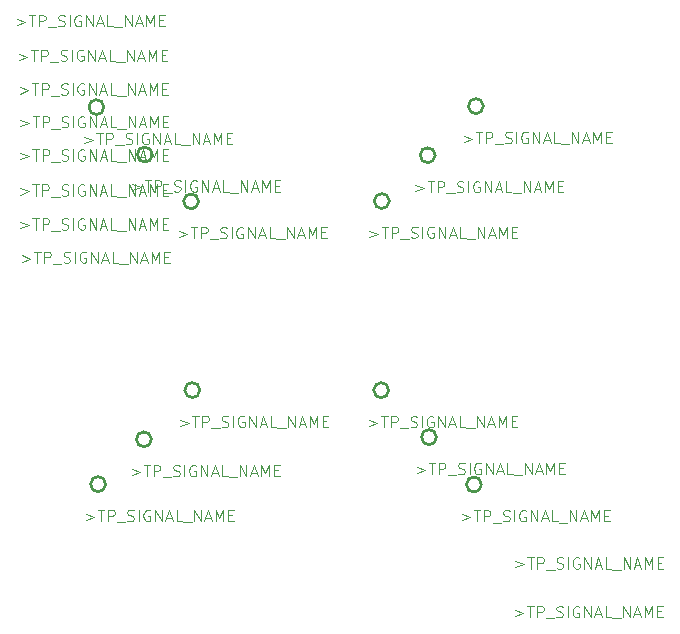
<source format=gbr>
G04 #@! TF.FileFunction,Other,Comment*
%FSLAX46Y46*%
G04 Gerber Fmt 4.6, Leading zero omitted, Abs format (unit mm)*
G04 Created by KiCad (PCBNEW 4.0.6) date 05/08/17 07:30:41*
%MOMM*%
%LPD*%
G01*
G04 APERTURE LIST*
%ADD10C,0.100000*%
%ADD11C,0.254000*%
%ADD12C,0.080000*%
G04 APERTURE END LIST*
D10*
D11*
X72036300Y-116571300D02*
G75*
G03X72036300Y-116571300I-635000J0D01*
G01*
X47896300Y-116752300D02*
G75*
G03X47896300Y-116752300I-635000J0D01*
G01*
X71925300Y-92702300D02*
G75*
G03X71925300Y-92702300I-635000J0D01*
G01*
X47975300Y-92642300D02*
G75*
G03X47975300Y-92642300I-635000J0D01*
G01*
X67991300Y-112598300D02*
G75*
G03X67991300Y-112598300I-635000J0D01*
G01*
X51999300Y-112586300D02*
G75*
G03X51999300Y-112586300I-635000J0D01*
G01*
X68040300Y-96581300D02*
G75*
G03X68040300Y-96581300I-635000J0D01*
G01*
X51893300Y-96607300D02*
G75*
G03X51893300Y-96607300I-635000J0D01*
G01*
X43876300Y-88630300D02*
G75*
G03X43876300Y-88630300I-635000J0D01*
G01*
X44021300Y-120553300D02*
G75*
G03X44021300Y-120553300I-635000J0D01*
G01*
X75840300Y-120580300D02*
G75*
G03X75840300Y-120580300I-635000J0D01*
G01*
X76005300Y-88548300D02*
G75*
G03X76005300Y-88548300I-635000J0D01*
G01*
D12*
X70357490Y-119067729D02*
X71081300Y-119339157D01*
X70357490Y-119610586D01*
X71397966Y-118751062D02*
X71940823Y-118751062D01*
X71669395Y-119701062D02*
X71669395Y-118751062D01*
X72257490Y-119701062D02*
X72257490Y-118751062D01*
X72619395Y-118751062D01*
X72709871Y-118796300D01*
X72755110Y-118841538D01*
X72800348Y-118932014D01*
X72800348Y-119067729D01*
X72755110Y-119158205D01*
X72709871Y-119203443D01*
X72619395Y-119248681D01*
X72257490Y-119248681D01*
X72981300Y-119791538D02*
X73705110Y-119791538D01*
X73886062Y-119655824D02*
X74021777Y-119701062D01*
X74247967Y-119701062D01*
X74338443Y-119655824D01*
X74383681Y-119610586D01*
X74428920Y-119520110D01*
X74428920Y-119429633D01*
X74383681Y-119339157D01*
X74338443Y-119293919D01*
X74247967Y-119248681D01*
X74067015Y-119203443D01*
X73976539Y-119158205D01*
X73931300Y-119112967D01*
X73886062Y-119022490D01*
X73886062Y-118932014D01*
X73931300Y-118841538D01*
X73976539Y-118796300D01*
X74067015Y-118751062D01*
X74293205Y-118751062D01*
X74428920Y-118796300D01*
X74836062Y-119701062D02*
X74836062Y-118751062D01*
X75786063Y-118796300D02*
X75695586Y-118751062D01*
X75559872Y-118751062D01*
X75424158Y-118796300D01*
X75333682Y-118886776D01*
X75288443Y-118977252D01*
X75243205Y-119158205D01*
X75243205Y-119293919D01*
X75288443Y-119474871D01*
X75333682Y-119565348D01*
X75424158Y-119655824D01*
X75559872Y-119701062D01*
X75650348Y-119701062D01*
X75786063Y-119655824D01*
X75831301Y-119610586D01*
X75831301Y-119293919D01*
X75650348Y-119293919D01*
X76238443Y-119701062D02*
X76238443Y-118751062D01*
X76781301Y-119701062D01*
X76781301Y-118751062D01*
X77188443Y-119429633D02*
X77640824Y-119429633D01*
X77097967Y-119701062D02*
X77414634Y-118751062D01*
X77731301Y-119701062D01*
X78500348Y-119701062D02*
X78047967Y-119701062D01*
X78047967Y-118751062D01*
X78590825Y-119791538D02*
X79314635Y-119791538D01*
X79540825Y-119701062D02*
X79540825Y-118751062D01*
X80083683Y-119701062D01*
X80083683Y-118751062D01*
X80490825Y-119429633D02*
X80943206Y-119429633D01*
X80400349Y-119701062D02*
X80717016Y-118751062D01*
X81033683Y-119701062D01*
X81350349Y-119701062D02*
X81350349Y-118751062D01*
X81667016Y-119429633D01*
X81983683Y-118751062D01*
X81983683Y-119701062D01*
X82436063Y-119203443D02*
X82752730Y-119203443D01*
X82888444Y-119701062D02*
X82436063Y-119701062D01*
X82436063Y-118751062D01*
X82888444Y-118751062D01*
X46217490Y-119248729D02*
X46941300Y-119520157D01*
X46217490Y-119791586D01*
X47257966Y-118932062D02*
X47800823Y-118932062D01*
X47529395Y-119882062D02*
X47529395Y-118932062D01*
X48117490Y-119882062D02*
X48117490Y-118932062D01*
X48479395Y-118932062D01*
X48569871Y-118977300D01*
X48615110Y-119022538D01*
X48660348Y-119113014D01*
X48660348Y-119248729D01*
X48615110Y-119339205D01*
X48569871Y-119384443D01*
X48479395Y-119429681D01*
X48117490Y-119429681D01*
X48841300Y-119972538D02*
X49565110Y-119972538D01*
X49746062Y-119836824D02*
X49881777Y-119882062D01*
X50107967Y-119882062D01*
X50198443Y-119836824D01*
X50243681Y-119791586D01*
X50288920Y-119701110D01*
X50288920Y-119610633D01*
X50243681Y-119520157D01*
X50198443Y-119474919D01*
X50107967Y-119429681D01*
X49927015Y-119384443D01*
X49836539Y-119339205D01*
X49791300Y-119293967D01*
X49746062Y-119203490D01*
X49746062Y-119113014D01*
X49791300Y-119022538D01*
X49836539Y-118977300D01*
X49927015Y-118932062D01*
X50153205Y-118932062D01*
X50288920Y-118977300D01*
X50696062Y-119882062D02*
X50696062Y-118932062D01*
X51646063Y-118977300D02*
X51555586Y-118932062D01*
X51419872Y-118932062D01*
X51284158Y-118977300D01*
X51193682Y-119067776D01*
X51148443Y-119158252D01*
X51103205Y-119339205D01*
X51103205Y-119474919D01*
X51148443Y-119655871D01*
X51193682Y-119746348D01*
X51284158Y-119836824D01*
X51419872Y-119882062D01*
X51510348Y-119882062D01*
X51646063Y-119836824D01*
X51691301Y-119791586D01*
X51691301Y-119474919D01*
X51510348Y-119474919D01*
X52098443Y-119882062D02*
X52098443Y-118932062D01*
X52641301Y-119882062D01*
X52641301Y-118932062D01*
X53048443Y-119610633D02*
X53500824Y-119610633D01*
X52957967Y-119882062D02*
X53274634Y-118932062D01*
X53591301Y-119882062D01*
X54360348Y-119882062D02*
X53907967Y-119882062D01*
X53907967Y-118932062D01*
X54450825Y-119972538D02*
X55174635Y-119972538D01*
X55400825Y-119882062D02*
X55400825Y-118932062D01*
X55943683Y-119882062D01*
X55943683Y-118932062D01*
X56350825Y-119610633D02*
X56803206Y-119610633D01*
X56260349Y-119882062D02*
X56577016Y-118932062D01*
X56893683Y-119882062D01*
X57210349Y-119882062D02*
X57210349Y-118932062D01*
X57527016Y-119610633D01*
X57843683Y-118932062D01*
X57843683Y-119882062D01*
X58296063Y-119384443D02*
X58612730Y-119384443D01*
X58748444Y-119882062D02*
X58296063Y-119882062D01*
X58296063Y-118932062D01*
X58748444Y-118932062D01*
X70246490Y-95198729D02*
X70970300Y-95470157D01*
X70246490Y-95741586D01*
X71286966Y-94882062D02*
X71829823Y-94882062D01*
X71558395Y-95832062D02*
X71558395Y-94882062D01*
X72146490Y-95832062D02*
X72146490Y-94882062D01*
X72508395Y-94882062D01*
X72598871Y-94927300D01*
X72644110Y-94972538D01*
X72689348Y-95063014D01*
X72689348Y-95198729D01*
X72644110Y-95289205D01*
X72598871Y-95334443D01*
X72508395Y-95379681D01*
X72146490Y-95379681D01*
X72870300Y-95922538D02*
X73594110Y-95922538D01*
X73775062Y-95786824D02*
X73910777Y-95832062D01*
X74136967Y-95832062D01*
X74227443Y-95786824D01*
X74272681Y-95741586D01*
X74317920Y-95651110D01*
X74317920Y-95560633D01*
X74272681Y-95470157D01*
X74227443Y-95424919D01*
X74136967Y-95379681D01*
X73956015Y-95334443D01*
X73865539Y-95289205D01*
X73820300Y-95243967D01*
X73775062Y-95153490D01*
X73775062Y-95063014D01*
X73820300Y-94972538D01*
X73865539Y-94927300D01*
X73956015Y-94882062D01*
X74182205Y-94882062D01*
X74317920Y-94927300D01*
X74725062Y-95832062D02*
X74725062Y-94882062D01*
X75675063Y-94927300D02*
X75584586Y-94882062D01*
X75448872Y-94882062D01*
X75313158Y-94927300D01*
X75222682Y-95017776D01*
X75177443Y-95108252D01*
X75132205Y-95289205D01*
X75132205Y-95424919D01*
X75177443Y-95605871D01*
X75222682Y-95696348D01*
X75313158Y-95786824D01*
X75448872Y-95832062D01*
X75539348Y-95832062D01*
X75675063Y-95786824D01*
X75720301Y-95741586D01*
X75720301Y-95424919D01*
X75539348Y-95424919D01*
X76127443Y-95832062D02*
X76127443Y-94882062D01*
X76670301Y-95832062D01*
X76670301Y-94882062D01*
X77077443Y-95560633D02*
X77529824Y-95560633D01*
X76986967Y-95832062D02*
X77303634Y-94882062D01*
X77620301Y-95832062D01*
X78389348Y-95832062D02*
X77936967Y-95832062D01*
X77936967Y-94882062D01*
X78479825Y-95922538D02*
X79203635Y-95922538D01*
X79429825Y-95832062D02*
X79429825Y-94882062D01*
X79972683Y-95832062D01*
X79972683Y-94882062D01*
X80379825Y-95560633D02*
X80832206Y-95560633D01*
X80289349Y-95832062D02*
X80606016Y-94882062D01*
X80922683Y-95832062D01*
X81239349Y-95832062D02*
X81239349Y-94882062D01*
X81556016Y-95560633D01*
X81872683Y-94882062D01*
X81872683Y-95832062D01*
X82325063Y-95334443D02*
X82641730Y-95334443D01*
X82777444Y-95832062D02*
X82325063Y-95832062D01*
X82325063Y-94882062D01*
X82777444Y-94882062D01*
X46296490Y-95138729D02*
X47020300Y-95410157D01*
X46296490Y-95681586D01*
X47336966Y-94822062D02*
X47879823Y-94822062D01*
X47608395Y-95772062D02*
X47608395Y-94822062D01*
X48196490Y-95772062D02*
X48196490Y-94822062D01*
X48558395Y-94822062D01*
X48648871Y-94867300D01*
X48694110Y-94912538D01*
X48739348Y-95003014D01*
X48739348Y-95138729D01*
X48694110Y-95229205D01*
X48648871Y-95274443D01*
X48558395Y-95319681D01*
X48196490Y-95319681D01*
X48920300Y-95862538D02*
X49644110Y-95862538D01*
X49825062Y-95726824D02*
X49960777Y-95772062D01*
X50186967Y-95772062D01*
X50277443Y-95726824D01*
X50322681Y-95681586D01*
X50367920Y-95591110D01*
X50367920Y-95500633D01*
X50322681Y-95410157D01*
X50277443Y-95364919D01*
X50186967Y-95319681D01*
X50006015Y-95274443D01*
X49915539Y-95229205D01*
X49870300Y-95183967D01*
X49825062Y-95093490D01*
X49825062Y-95003014D01*
X49870300Y-94912538D01*
X49915539Y-94867300D01*
X50006015Y-94822062D01*
X50232205Y-94822062D01*
X50367920Y-94867300D01*
X50775062Y-95772062D02*
X50775062Y-94822062D01*
X51725063Y-94867300D02*
X51634586Y-94822062D01*
X51498872Y-94822062D01*
X51363158Y-94867300D01*
X51272682Y-94957776D01*
X51227443Y-95048252D01*
X51182205Y-95229205D01*
X51182205Y-95364919D01*
X51227443Y-95545871D01*
X51272682Y-95636348D01*
X51363158Y-95726824D01*
X51498872Y-95772062D01*
X51589348Y-95772062D01*
X51725063Y-95726824D01*
X51770301Y-95681586D01*
X51770301Y-95364919D01*
X51589348Y-95364919D01*
X52177443Y-95772062D02*
X52177443Y-94822062D01*
X52720301Y-95772062D01*
X52720301Y-94822062D01*
X53127443Y-95500633D02*
X53579824Y-95500633D01*
X53036967Y-95772062D02*
X53353634Y-94822062D01*
X53670301Y-95772062D01*
X54439348Y-95772062D02*
X53986967Y-95772062D01*
X53986967Y-94822062D01*
X54529825Y-95862538D02*
X55253635Y-95862538D01*
X55479825Y-95772062D02*
X55479825Y-94822062D01*
X56022683Y-95772062D01*
X56022683Y-94822062D01*
X56429825Y-95500633D02*
X56882206Y-95500633D01*
X56339349Y-95772062D02*
X56656016Y-94822062D01*
X56972683Y-95772062D01*
X57289349Y-95772062D02*
X57289349Y-94822062D01*
X57606016Y-95500633D01*
X57922683Y-94822062D01*
X57922683Y-95772062D01*
X58375063Y-95274443D02*
X58691730Y-95274443D01*
X58827444Y-95772062D02*
X58375063Y-95772062D01*
X58375063Y-94822062D01*
X58827444Y-94822062D01*
X66312490Y-115094729D02*
X67036300Y-115366157D01*
X66312490Y-115637586D01*
X67352966Y-114778062D02*
X67895823Y-114778062D01*
X67624395Y-115728062D02*
X67624395Y-114778062D01*
X68212490Y-115728062D02*
X68212490Y-114778062D01*
X68574395Y-114778062D01*
X68664871Y-114823300D01*
X68710110Y-114868538D01*
X68755348Y-114959014D01*
X68755348Y-115094729D01*
X68710110Y-115185205D01*
X68664871Y-115230443D01*
X68574395Y-115275681D01*
X68212490Y-115275681D01*
X68936300Y-115818538D02*
X69660110Y-115818538D01*
X69841062Y-115682824D02*
X69976777Y-115728062D01*
X70202967Y-115728062D01*
X70293443Y-115682824D01*
X70338681Y-115637586D01*
X70383920Y-115547110D01*
X70383920Y-115456633D01*
X70338681Y-115366157D01*
X70293443Y-115320919D01*
X70202967Y-115275681D01*
X70022015Y-115230443D01*
X69931539Y-115185205D01*
X69886300Y-115139967D01*
X69841062Y-115049490D01*
X69841062Y-114959014D01*
X69886300Y-114868538D01*
X69931539Y-114823300D01*
X70022015Y-114778062D01*
X70248205Y-114778062D01*
X70383920Y-114823300D01*
X70791062Y-115728062D02*
X70791062Y-114778062D01*
X71741063Y-114823300D02*
X71650586Y-114778062D01*
X71514872Y-114778062D01*
X71379158Y-114823300D01*
X71288682Y-114913776D01*
X71243443Y-115004252D01*
X71198205Y-115185205D01*
X71198205Y-115320919D01*
X71243443Y-115501871D01*
X71288682Y-115592348D01*
X71379158Y-115682824D01*
X71514872Y-115728062D01*
X71605348Y-115728062D01*
X71741063Y-115682824D01*
X71786301Y-115637586D01*
X71786301Y-115320919D01*
X71605348Y-115320919D01*
X72193443Y-115728062D02*
X72193443Y-114778062D01*
X72736301Y-115728062D01*
X72736301Y-114778062D01*
X73143443Y-115456633D02*
X73595824Y-115456633D01*
X73052967Y-115728062D02*
X73369634Y-114778062D01*
X73686301Y-115728062D01*
X74455348Y-115728062D02*
X74002967Y-115728062D01*
X74002967Y-114778062D01*
X74545825Y-115818538D02*
X75269635Y-115818538D01*
X75495825Y-115728062D02*
X75495825Y-114778062D01*
X76038683Y-115728062D01*
X76038683Y-114778062D01*
X76445825Y-115456633D02*
X76898206Y-115456633D01*
X76355349Y-115728062D02*
X76672016Y-114778062D01*
X76988683Y-115728062D01*
X77305349Y-115728062D02*
X77305349Y-114778062D01*
X77622016Y-115456633D01*
X77938683Y-114778062D01*
X77938683Y-115728062D01*
X78391063Y-115230443D02*
X78707730Y-115230443D01*
X78843444Y-115728062D02*
X78391063Y-115728062D01*
X78391063Y-114778062D01*
X78843444Y-114778062D01*
X50320490Y-115082729D02*
X51044300Y-115354157D01*
X50320490Y-115625586D01*
X51360966Y-114766062D02*
X51903823Y-114766062D01*
X51632395Y-115716062D02*
X51632395Y-114766062D01*
X52220490Y-115716062D02*
X52220490Y-114766062D01*
X52582395Y-114766062D01*
X52672871Y-114811300D01*
X52718110Y-114856538D01*
X52763348Y-114947014D01*
X52763348Y-115082729D01*
X52718110Y-115173205D01*
X52672871Y-115218443D01*
X52582395Y-115263681D01*
X52220490Y-115263681D01*
X52944300Y-115806538D02*
X53668110Y-115806538D01*
X53849062Y-115670824D02*
X53984777Y-115716062D01*
X54210967Y-115716062D01*
X54301443Y-115670824D01*
X54346681Y-115625586D01*
X54391920Y-115535110D01*
X54391920Y-115444633D01*
X54346681Y-115354157D01*
X54301443Y-115308919D01*
X54210967Y-115263681D01*
X54030015Y-115218443D01*
X53939539Y-115173205D01*
X53894300Y-115127967D01*
X53849062Y-115037490D01*
X53849062Y-114947014D01*
X53894300Y-114856538D01*
X53939539Y-114811300D01*
X54030015Y-114766062D01*
X54256205Y-114766062D01*
X54391920Y-114811300D01*
X54799062Y-115716062D02*
X54799062Y-114766062D01*
X55749063Y-114811300D02*
X55658586Y-114766062D01*
X55522872Y-114766062D01*
X55387158Y-114811300D01*
X55296682Y-114901776D01*
X55251443Y-114992252D01*
X55206205Y-115173205D01*
X55206205Y-115308919D01*
X55251443Y-115489871D01*
X55296682Y-115580348D01*
X55387158Y-115670824D01*
X55522872Y-115716062D01*
X55613348Y-115716062D01*
X55749063Y-115670824D01*
X55794301Y-115625586D01*
X55794301Y-115308919D01*
X55613348Y-115308919D01*
X56201443Y-115716062D02*
X56201443Y-114766062D01*
X56744301Y-115716062D01*
X56744301Y-114766062D01*
X57151443Y-115444633D02*
X57603824Y-115444633D01*
X57060967Y-115716062D02*
X57377634Y-114766062D01*
X57694301Y-115716062D01*
X58463348Y-115716062D02*
X58010967Y-115716062D01*
X58010967Y-114766062D01*
X58553825Y-115806538D02*
X59277635Y-115806538D01*
X59503825Y-115716062D02*
X59503825Y-114766062D01*
X60046683Y-115716062D01*
X60046683Y-114766062D01*
X60453825Y-115444633D02*
X60906206Y-115444633D01*
X60363349Y-115716062D02*
X60680016Y-114766062D01*
X60996683Y-115716062D01*
X61313349Y-115716062D02*
X61313349Y-114766062D01*
X61630016Y-115444633D01*
X61946683Y-114766062D01*
X61946683Y-115716062D01*
X62399063Y-115218443D02*
X62715730Y-115218443D01*
X62851444Y-115716062D02*
X62399063Y-115716062D01*
X62399063Y-114766062D01*
X62851444Y-114766062D01*
X66361490Y-99077729D02*
X67085300Y-99349157D01*
X66361490Y-99620586D01*
X67401966Y-98761062D02*
X67944823Y-98761062D01*
X67673395Y-99711062D02*
X67673395Y-98761062D01*
X68261490Y-99711062D02*
X68261490Y-98761062D01*
X68623395Y-98761062D01*
X68713871Y-98806300D01*
X68759110Y-98851538D01*
X68804348Y-98942014D01*
X68804348Y-99077729D01*
X68759110Y-99168205D01*
X68713871Y-99213443D01*
X68623395Y-99258681D01*
X68261490Y-99258681D01*
X68985300Y-99801538D02*
X69709110Y-99801538D01*
X69890062Y-99665824D02*
X70025777Y-99711062D01*
X70251967Y-99711062D01*
X70342443Y-99665824D01*
X70387681Y-99620586D01*
X70432920Y-99530110D01*
X70432920Y-99439633D01*
X70387681Y-99349157D01*
X70342443Y-99303919D01*
X70251967Y-99258681D01*
X70071015Y-99213443D01*
X69980539Y-99168205D01*
X69935300Y-99122967D01*
X69890062Y-99032490D01*
X69890062Y-98942014D01*
X69935300Y-98851538D01*
X69980539Y-98806300D01*
X70071015Y-98761062D01*
X70297205Y-98761062D01*
X70432920Y-98806300D01*
X70840062Y-99711062D02*
X70840062Y-98761062D01*
X71790063Y-98806300D02*
X71699586Y-98761062D01*
X71563872Y-98761062D01*
X71428158Y-98806300D01*
X71337682Y-98896776D01*
X71292443Y-98987252D01*
X71247205Y-99168205D01*
X71247205Y-99303919D01*
X71292443Y-99484871D01*
X71337682Y-99575348D01*
X71428158Y-99665824D01*
X71563872Y-99711062D01*
X71654348Y-99711062D01*
X71790063Y-99665824D01*
X71835301Y-99620586D01*
X71835301Y-99303919D01*
X71654348Y-99303919D01*
X72242443Y-99711062D02*
X72242443Y-98761062D01*
X72785301Y-99711062D01*
X72785301Y-98761062D01*
X73192443Y-99439633D02*
X73644824Y-99439633D01*
X73101967Y-99711062D02*
X73418634Y-98761062D01*
X73735301Y-99711062D01*
X74504348Y-99711062D02*
X74051967Y-99711062D01*
X74051967Y-98761062D01*
X74594825Y-99801538D02*
X75318635Y-99801538D01*
X75544825Y-99711062D02*
X75544825Y-98761062D01*
X76087683Y-99711062D01*
X76087683Y-98761062D01*
X76494825Y-99439633D02*
X76947206Y-99439633D01*
X76404349Y-99711062D02*
X76721016Y-98761062D01*
X77037683Y-99711062D01*
X77354349Y-99711062D02*
X77354349Y-98761062D01*
X77671016Y-99439633D01*
X77987683Y-98761062D01*
X77987683Y-99711062D01*
X78440063Y-99213443D02*
X78756730Y-99213443D01*
X78892444Y-99711062D02*
X78440063Y-99711062D01*
X78440063Y-98761062D01*
X78892444Y-98761062D01*
X50214490Y-99103729D02*
X50938300Y-99375157D01*
X50214490Y-99646586D01*
X51254966Y-98787062D02*
X51797823Y-98787062D01*
X51526395Y-99737062D02*
X51526395Y-98787062D01*
X52114490Y-99737062D02*
X52114490Y-98787062D01*
X52476395Y-98787062D01*
X52566871Y-98832300D01*
X52612110Y-98877538D01*
X52657348Y-98968014D01*
X52657348Y-99103729D01*
X52612110Y-99194205D01*
X52566871Y-99239443D01*
X52476395Y-99284681D01*
X52114490Y-99284681D01*
X52838300Y-99827538D02*
X53562110Y-99827538D01*
X53743062Y-99691824D02*
X53878777Y-99737062D01*
X54104967Y-99737062D01*
X54195443Y-99691824D01*
X54240681Y-99646586D01*
X54285920Y-99556110D01*
X54285920Y-99465633D01*
X54240681Y-99375157D01*
X54195443Y-99329919D01*
X54104967Y-99284681D01*
X53924015Y-99239443D01*
X53833539Y-99194205D01*
X53788300Y-99148967D01*
X53743062Y-99058490D01*
X53743062Y-98968014D01*
X53788300Y-98877538D01*
X53833539Y-98832300D01*
X53924015Y-98787062D01*
X54150205Y-98787062D01*
X54285920Y-98832300D01*
X54693062Y-99737062D02*
X54693062Y-98787062D01*
X55643063Y-98832300D02*
X55552586Y-98787062D01*
X55416872Y-98787062D01*
X55281158Y-98832300D01*
X55190682Y-98922776D01*
X55145443Y-99013252D01*
X55100205Y-99194205D01*
X55100205Y-99329919D01*
X55145443Y-99510871D01*
X55190682Y-99601348D01*
X55281158Y-99691824D01*
X55416872Y-99737062D01*
X55507348Y-99737062D01*
X55643063Y-99691824D01*
X55688301Y-99646586D01*
X55688301Y-99329919D01*
X55507348Y-99329919D01*
X56095443Y-99737062D02*
X56095443Y-98787062D01*
X56638301Y-99737062D01*
X56638301Y-98787062D01*
X57045443Y-99465633D02*
X57497824Y-99465633D01*
X56954967Y-99737062D02*
X57271634Y-98787062D01*
X57588301Y-99737062D01*
X58357348Y-99737062D02*
X57904967Y-99737062D01*
X57904967Y-98787062D01*
X58447825Y-99827538D02*
X59171635Y-99827538D01*
X59397825Y-99737062D02*
X59397825Y-98787062D01*
X59940683Y-99737062D01*
X59940683Y-98787062D01*
X60347825Y-99465633D02*
X60800206Y-99465633D01*
X60257349Y-99737062D02*
X60574016Y-98787062D01*
X60890683Y-99737062D01*
X61207349Y-99737062D02*
X61207349Y-98787062D01*
X61524016Y-99465633D01*
X61840683Y-98787062D01*
X61840683Y-99737062D01*
X62293063Y-99239443D02*
X62609730Y-99239443D01*
X62745444Y-99737062D02*
X62293063Y-99737062D01*
X62293063Y-98787062D01*
X62745444Y-98787062D01*
X42197490Y-91126729D02*
X42921300Y-91398157D01*
X42197490Y-91669586D01*
X43237966Y-90810062D02*
X43780823Y-90810062D01*
X43509395Y-91760062D02*
X43509395Y-90810062D01*
X44097490Y-91760062D02*
X44097490Y-90810062D01*
X44459395Y-90810062D01*
X44549871Y-90855300D01*
X44595110Y-90900538D01*
X44640348Y-90991014D01*
X44640348Y-91126729D01*
X44595110Y-91217205D01*
X44549871Y-91262443D01*
X44459395Y-91307681D01*
X44097490Y-91307681D01*
X44821300Y-91850538D02*
X45545110Y-91850538D01*
X45726062Y-91714824D02*
X45861777Y-91760062D01*
X46087967Y-91760062D01*
X46178443Y-91714824D01*
X46223681Y-91669586D01*
X46268920Y-91579110D01*
X46268920Y-91488633D01*
X46223681Y-91398157D01*
X46178443Y-91352919D01*
X46087967Y-91307681D01*
X45907015Y-91262443D01*
X45816539Y-91217205D01*
X45771300Y-91171967D01*
X45726062Y-91081490D01*
X45726062Y-90991014D01*
X45771300Y-90900538D01*
X45816539Y-90855300D01*
X45907015Y-90810062D01*
X46133205Y-90810062D01*
X46268920Y-90855300D01*
X46676062Y-91760062D02*
X46676062Y-90810062D01*
X47626063Y-90855300D02*
X47535586Y-90810062D01*
X47399872Y-90810062D01*
X47264158Y-90855300D01*
X47173682Y-90945776D01*
X47128443Y-91036252D01*
X47083205Y-91217205D01*
X47083205Y-91352919D01*
X47128443Y-91533871D01*
X47173682Y-91624348D01*
X47264158Y-91714824D01*
X47399872Y-91760062D01*
X47490348Y-91760062D01*
X47626063Y-91714824D01*
X47671301Y-91669586D01*
X47671301Y-91352919D01*
X47490348Y-91352919D01*
X48078443Y-91760062D02*
X48078443Y-90810062D01*
X48621301Y-91760062D01*
X48621301Y-90810062D01*
X49028443Y-91488633D02*
X49480824Y-91488633D01*
X48937967Y-91760062D02*
X49254634Y-90810062D01*
X49571301Y-91760062D01*
X50340348Y-91760062D02*
X49887967Y-91760062D01*
X49887967Y-90810062D01*
X50430825Y-91850538D02*
X51154635Y-91850538D01*
X51380825Y-91760062D02*
X51380825Y-90810062D01*
X51923683Y-91760062D01*
X51923683Y-90810062D01*
X52330825Y-91488633D02*
X52783206Y-91488633D01*
X52240349Y-91760062D02*
X52557016Y-90810062D01*
X52873683Y-91760062D01*
X53190349Y-91760062D02*
X53190349Y-90810062D01*
X53507016Y-91488633D01*
X53823683Y-90810062D01*
X53823683Y-91760062D01*
X54276063Y-91262443D02*
X54592730Y-91262443D01*
X54728444Y-91760062D02*
X54276063Y-91760062D01*
X54276063Y-90810062D01*
X54728444Y-90810062D01*
X42342490Y-123049729D02*
X43066300Y-123321157D01*
X42342490Y-123592586D01*
X43382966Y-122733062D02*
X43925823Y-122733062D01*
X43654395Y-123683062D02*
X43654395Y-122733062D01*
X44242490Y-123683062D02*
X44242490Y-122733062D01*
X44604395Y-122733062D01*
X44694871Y-122778300D01*
X44740110Y-122823538D01*
X44785348Y-122914014D01*
X44785348Y-123049729D01*
X44740110Y-123140205D01*
X44694871Y-123185443D01*
X44604395Y-123230681D01*
X44242490Y-123230681D01*
X44966300Y-123773538D02*
X45690110Y-123773538D01*
X45871062Y-123637824D02*
X46006777Y-123683062D01*
X46232967Y-123683062D01*
X46323443Y-123637824D01*
X46368681Y-123592586D01*
X46413920Y-123502110D01*
X46413920Y-123411633D01*
X46368681Y-123321157D01*
X46323443Y-123275919D01*
X46232967Y-123230681D01*
X46052015Y-123185443D01*
X45961539Y-123140205D01*
X45916300Y-123094967D01*
X45871062Y-123004490D01*
X45871062Y-122914014D01*
X45916300Y-122823538D01*
X45961539Y-122778300D01*
X46052015Y-122733062D01*
X46278205Y-122733062D01*
X46413920Y-122778300D01*
X46821062Y-123683062D02*
X46821062Y-122733062D01*
X47771063Y-122778300D02*
X47680586Y-122733062D01*
X47544872Y-122733062D01*
X47409158Y-122778300D01*
X47318682Y-122868776D01*
X47273443Y-122959252D01*
X47228205Y-123140205D01*
X47228205Y-123275919D01*
X47273443Y-123456871D01*
X47318682Y-123547348D01*
X47409158Y-123637824D01*
X47544872Y-123683062D01*
X47635348Y-123683062D01*
X47771063Y-123637824D01*
X47816301Y-123592586D01*
X47816301Y-123275919D01*
X47635348Y-123275919D01*
X48223443Y-123683062D02*
X48223443Y-122733062D01*
X48766301Y-123683062D01*
X48766301Y-122733062D01*
X49173443Y-123411633D02*
X49625824Y-123411633D01*
X49082967Y-123683062D02*
X49399634Y-122733062D01*
X49716301Y-123683062D01*
X50485348Y-123683062D02*
X50032967Y-123683062D01*
X50032967Y-122733062D01*
X50575825Y-123773538D02*
X51299635Y-123773538D01*
X51525825Y-123683062D02*
X51525825Y-122733062D01*
X52068683Y-123683062D01*
X52068683Y-122733062D01*
X52475825Y-123411633D02*
X52928206Y-123411633D01*
X52385349Y-123683062D02*
X52702016Y-122733062D01*
X53018683Y-123683062D01*
X53335349Y-123683062D02*
X53335349Y-122733062D01*
X53652016Y-123411633D01*
X53968683Y-122733062D01*
X53968683Y-123683062D01*
X54421063Y-123185443D02*
X54737730Y-123185443D01*
X54873444Y-123683062D02*
X54421063Y-123683062D01*
X54421063Y-122733062D01*
X54873444Y-122733062D01*
X74161490Y-123076729D02*
X74885300Y-123348157D01*
X74161490Y-123619586D01*
X75201966Y-122760062D02*
X75744823Y-122760062D01*
X75473395Y-123710062D02*
X75473395Y-122760062D01*
X76061490Y-123710062D02*
X76061490Y-122760062D01*
X76423395Y-122760062D01*
X76513871Y-122805300D01*
X76559110Y-122850538D01*
X76604348Y-122941014D01*
X76604348Y-123076729D01*
X76559110Y-123167205D01*
X76513871Y-123212443D01*
X76423395Y-123257681D01*
X76061490Y-123257681D01*
X76785300Y-123800538D02*
X77509110Y-123800538D01*
X77690062Y-123664824D02*
X77825777Y-123710062D01*
X78051967Y-123710062D01*
X78142443Y-123664824D01*
X78187681Y-123619586D01*
X78232920Y-123529110D01*
X78232920Y-123438633D01*
X78187681Y-123348157D01*
X78142443Y-123302919D01*
X78051967Y-123257681D01*
X77871015Y-123212443D01*
X77780539Y-123167205D01*
X77735300Y-123121967D01*
X77690062Y-123031490D01*
X77690062Y-122941014D01*
X77735300Y-122850538D01*
X77780539Y-122805300D01*
X77871015Y-122760062D01*
X78097205Y-122760062D01*
X78232920Y-122805300D01*
X78640062Y-123710062D02*
X78640062Y-122760062D01*
X79590063Y-122805300D02*
X79499586Y-122760062D01*
X79363872Y-122760062D01*
X79228158Y-122805300D01*
X79137682Y-122895776D01*
X79092443Y-122986252D01*
X79047205Y-123167205D01*
X79047205Y-123302919D01*
X79092443Y-123483871D01*
X79137682Y-123574348D01*
X79228158Y-123664824D01*
X79363872Y-123710062D01*
X79454348Y-123710062D01*
X79590063Y-123664824D01*
X79635301Y-123619586D01*
X79635301Y-123302919D01*
X79454348Y-123302919D01*
X80042443Y-123710062D02*
X80042443Y-122760062D01*
X80585301Y-123710062D01*
X80585301Y-122760062D01*
X80992443Y-123438633D02*
X81444824Y-123438633D01*
X80901967Y-123710062D02*
X81218634Y-122760062D01*
X81535301Y-123710062D01*
X82304348Y-123710062D02*
X81851967Y-123710062D01*
X81851967Y-122760062D01*
X82394825Y-123800538D02*
X83118635Y-123800538D01*
X83344825Y-123710062D02*
X83344825Y-122760062D01*
X83887683Y-123710062D01*
X83887683Y-122760062D01*
X84294825Y-123438633D02*
X84747206Y-123438633D01*
X84204349Y-123710062D02*
X84521016Y-122760062D01*
X84837683Y-123710062D01*
X85154349Y-123710062D02*
X85154349Y-122760062D01*
X85471016Y-123438633D01*
X85787683Y-122760062D01*
X85787683Y-123710062D01*
X86240063Y-123212443D02*
X86556730Y-123212443D01*
X86692444Y-123710062D02*
X86240063Y-123710062D01*
X86240063Y-122760062D01*
X86692444Y-122760062D01*
X74326490Y-91044729D02*
X75050300Y-91316157D01*
X74326490Y-91587586D01*
X75366966Y-90728062D02*
X75909823Y-90728062D01*
X75638395Y-91678062D02*
X75638395Y-90728062D01*
X76226490Y-91678062D02*
X76226490Y-90728062D01*
X76588395Y-90728062D01*
X76678871Y-90773300D01*
X76724110Y-90818538D01*
X76769348Y-90909014D01*
X76769348Y-91044729D01*
X76724110Y-91135205D01*
X76678871Y-91180443D01*
X76588395Y-91225681D01*
X76226490Y-91225681D01*
X76950300Y-91768538D02*
X77674110Y-91768538D01*
X77855062Y-91632824D02*
X77990777Y-91678062D01*
X78216967Y-91678062D01*
X78307443Y-91632824D01*
X78352681Y-91587586D01*
X78397920Y-91497110D01*
X78397920Y-91406633D01*
X78352681Y-91316157D01*
X78307443Y-91270919D01*
X78216967Y-91225681D01*
X78036015Y-91180443D01*
X77945539Y-91135205D01*
X77900300Y-91089967D01*
X77855062Y-90999490D01*
X77855062Y-90909014D01*
X77900300Y-90818538D01*
X77945539Y-90773300D01*
X78036015Y-90728062D01*
X78262205Y-90728062D01*
X78397920Y-90773300D01*
X78805062Y-91678062D02*
X78805062Y-90728062D01*
X79755063Y-90773300D02*
X79664586Y-90728062D01*
X79528872Y-90728062D01*
X79393158Y-90773300D01*
X79302682Y-90863776D01*
X79257443Y-90954252D01*
X79212205Y-91135205D01*
X79212205Y-91270919D01*
X79257443Y-91451871D01*
X79302682Y-91542348D01*
X79393158Y-91632824D01*
X79528872Y-91678062D01*
X79619348Y-91678062D01*
X79755063Y-91632824D01*
X79800301Y-91587586D01*
X79800301Y-91270919D01*
X79619348Y-91270919D01*
X80207443Y-91678062D02*
X80207443Y-90728062D01*
X80750301Y-91678062D01*
X80750301Y-90728062D01*
X81157443Y-91406633D02*
X81609824Y-91406633D01*
X81066967Y-91678062D02*
X81383634Y-90728062D01*
X81700301Y-91678062D01*
X82469348Y-91678062D02*
X82016967Y-91678062D01*
X82016967Y-90728062D01*
X82559825Y-91768538D02*
X83283635Y-91768538D01*
X83509825Y-91678062D02*
X83509825Y-90728062D01*
X84052683Y-91678062D01*
X84052683Y-90728062D01*
X84459825Y-91406633D02*
X84912206Y-91406633D01*
X84369349Y-91678062D02*
X84686016Y-90728062D01*
X85002683Y-91678062D01*
X85319349Y-91678062D02*
X85319349Y-90728062D01*
X85636016Y-91406633D01*
X85952683Y-90728062D01*
X85952683Y-91678062D01*
X86405063Y-91180443D02*
X86721730Y-91180443D01*
X86857444Y-91678062D02*
X86405063Y-91678062D01*
X86405063Y-90728062D01*
X86857444Y-90728062D01*
X78688890Y-127059329D02*
X79412700Y-127330757D01*
X78688890Y-127602186D01*
X79729366Y-126742662D02*
X80272223Y-126742662D01*
X80000795Y-127692662D02*
X80000795Y-126742662D01*
X80588890Y-127692662D02*
X80588890Y-126742662D01*
X80950795Y-126742662D01*
X81041271Y-126787900D01*
X81086510Y-126833138D01*
X81131748Y-126923614D01*
X81131748Y-127059329D01*
X81086510Y-127149805D01*
X81041271Y-127195043D01*
X80950795Y-127240281D01*
X80588890Y-127240281D01*
X81312700Y-127783138D02*
X82036510Y-127783138D01*
X82217462Y-127647424D02*
X82353177Y-127692662D01*
X82579367Y-127692662D01*
X82669843Y-127647424D01*
X82715081Y-127602186D01*
X82760320Y-127511710D01*
X82760320Y-127421233D01*
X82715081Y-127330757D01*
X82669843Y-127285519D01*
X82579367Y-127240281D01*
X82398415Y-127195043D01*
X82307939Y-127149805D01*
X82262700Y-127104567D01*
X82217462Y-127014090D01*
X82217462Y-126923614D01*
X82262700Y-126833138D01*
X82307939Y-126787900D01*
X82398415Y-126742662D01*
X82624605Y-126742662D01*
X82760320Y-126787900D01*
X83167462Y-127692662D02*
X83167462Y-126742662D01*
X84117463Y-126787900D02*
X84026986Y-126742662D01*
X83891272Y-126742662D01*
X83755558Y-126787900D01*
X83665082Y-126878376D01*
X83619843Y-126968852D01*
X83574605Y-127149805D01*
X83574605Y-127285519D01*
X83619843Y-127466471D01*
X83665082Y-127556948D01*
X83755558Y-127647424D01*
X83891272Y-127692662D01*
X83981748Y-127692662D01*
X84117463Y-127647424D01*
X84162701Y-127602186D01*
X84162701Y-127285519D01*
X83981748Y-127285519D01*
X84569843Y-127692662D02*
X84569843Y-126742662D01*
X85112701Y-127692662D01*
X85112701Y-126742662D01*
X85519843Y-127421233D02*
X85972224Y-127421233D01*
X85429367Y-127692662D02*
X85746034Y-126742662D01*
X86062701Y-127692662D01*
X86831748Y-127692662D02*
X86379367Y-127692662D01*
X86379367Y-126742662D01*
X86922225Y-127783138D02*
X87646035Y-127783138D01*
X87872225Y-127692662D02*
X87872225Y-126742662D01*
X88415083Y-127692662D01*
X88415083Y-126742662D01*
X88822225Y-127421233D02*
X89274606Y-127421233D01*
X88731749Y-127692662D02*
X89048416Y-126742662D01*
X89365083Y-127692662D01*
X89681749Y-127692662D02*
X89681749Y-126742662D01*
X89998416Y-127421233D01*
X90315083Y-126742662D01*
X90315083Y-127692662D01*
X90767463Y-127195043D02*
X91084130Y-127195043D01*
X91219844Y-127692662D02*
X90767463Y-127692662D01*
X90767463Y-126742662D01*
X91219844Y-126742662D01*
X78670690Y-131193329D02*
X79394500Y-131464757D01*
X78670690Y-131736186D01*
X79711166Y-130876662D02*
X80254023Y-130876662D01*
X79982595Y-131826662D02*
X79982595Y-130876662D01*
X80570690Y-131826662D02*
X80570690Y-130876662D01*
X80932595Y-130876662D01*
X81023071Y-130921900D01*
X81068310Y-130967138D01*
X81113548Y-131057614D01*
X81113548Y-131193329D01*
X81068310Y-131283805D01*
X81023071Y-131329043D01*
X80932595Y-131374281D01*
X80570690Y-131374281D01*
X81294500Y-131917138D02*
X82018310Y-131917138D01*
X82199262Y-131781424D02*
X82334977Y-131826662D01*
X82561167Y-131826662D01*
X82651643Y-131781424D01*
X82696881Y-131736186D01*
X82742120Y-131645710D01*
X82742120Y-131555233D01*
X82696881Y-131464757D01*
X82651643Y-131419519D01*
X82561167Y-131374281D01*
X82380215Y-131329043D01*
X82289739Y-131283805D01*
X82244500Y-131238567D01*
X82199262Y-131148090D01*
X82199262Y-131057614D01*
X82244500Y-130967138D01*
X82289739Y-130921900D01*
X82380215Y-130876662D01*
X82606405Y-130876662D01*
X82742120Y-130921900D01*
X83149262Y-131826662D02*
X83149262Y-130876662D01*
X84099263Y-130921900D02*
X84008786Y-130876662D01*
X83873072Y-130876662D01*
X83737358Y-130921900D01*
X83646882Y-131012376D01*
X83601643Y-131102852D01*
X83556405Y-131283805D01*
X83556405Y-131419519D01*
X83601643Y-131600471D01*
X83646882Y-131690948D01*
X83737358Y-131781424D01*
X83873072Y-131826662D01*
X83963548Y-131826662D01*
X84099263Y-131781424D01*
X84144501Y-131736186D01*
X84144501Y-131419519D01*
X83963548Y-131419519D01*
X84551643Y-131826662D02*
X84551643Y-130876662D01*
X85094501Y-131826662D01*
X85094501Y-130876662D01*
X85501643Y-131555233D02*
X85954024Y-131555233D01*
X85411167Y-131826662D02*
X85727834Y-130876662D01*
X86044501Y-131826662D01*
X86813548Y-131826662D02*
X86361167Y-131826662D01*
X86361167Y-130876662D01*
X86904025Y-131917138D02*
X87627835Y-131917138D01*
X87854025Y-131826662D02*
X87854025Y-130876662D01*
X88396883Y-131826662D01*
X88396883Y-130876662D01*
X88804025Y-131555233D02*
X89256406Y-131555233D01*
X88713549Y-131826662D02*
X89030216Y-130876662D01*
X89346883Y-131826662D01*
X89663549Y-131826662D02*
X89663549Y-130876662D01*
X89980216Y-131555233D01*
X90296883Y-130876662D01*
X90296883Y-131826662D01*
X90749263Y-131329043D02*
X91065930Y-131329043D01*
X91201644Y-131826662D02*
X90749263Y-131826662D01*
X90749263Y-130876662D01*
X91201644Y-130876662D01*
X36493290Y-81145329D02*
X37217100Y-81416757D01*
X36493290Y-81688186D01*
X37533766Y-80828662D02*
X38076623Y-80828662D01*
X37805195Y-81778662D02*
X37805195Y-80828662D01*
X38393290Y-81778662D02*
X38393290Y-80828662D01*
X38755195Y-80828662D01*
X38845671Y-80873900D01*
X38890910Y-80919138D01*
X38936148Y-81009614D01*
X38936148Y-81145329D01*
X38890910Y-81235805D01*
X38845671Y-81281043D01*
X38755195Y-81326281D01*
X38393290Y-81326281D01*
X39117100Y-81869138D02*
X39840910Y-81869138D01*
X40021862Y-81733424D02*
X40157577Y-81778662D01*
X40383767Y-81778662D01*
X40474243Y-81733424D01*
X40519481Y-81688186D01*
X40564720Y-81597710D01*
X40564720Y-81507233D01*
X40519481Y-81416757D01*
X40474243Y-81371519D01*
X40383767Y-81326281D01*
X40202815Y-81281043D01*
X40112339Y-81235805D01*
X40067100Y-81190567D01*
X40021862Y-81100090D01*
X40021862Y-81009614D01*
X40067100Y-80919138D01*
X40112339Y-80873900D01*
X40202815Y-80828662D01*
X40429005Y-80828662D01*
X40564720Y-80873900D01*
X40971862Y-81778662D02*
X40971862Y-80828662D01*
X41921863Y-80873900D02*
X41831386Y-80828662D01*
X41695672Y-80828662D01*
X41559958Y-80873900D01*
X41469482Y-80964376D01*
X41424243Y-81054852D01*
X41379005Y-81235805D01*
X41379005Y-81371519D01*
X41424243Y-81552471D01*
X41469482Y-81642948D01*
X41559958Y-81733424D01*
X41695672Y-81778662D01*
X41786148Y-81778662D01*
X41921863Y-81733424D01*
X41967101Y-81688186D01*
X41967101Y-81371519D01*
X41786148Y-81371519D01*
X42374243Y-81778662D02*
X42374243Y-80828662D01*
X42917101Y-81778662D01*
X42917101Y-80828662D01*
X43324243Y-81507233D02*
X43776624Y-81507233D01*
X43233767Y-81778662D02*
X43550434Y-80828662D01*
X43867101Y-81778662D01*
X44636148Y-81778662D02*
X44183767Y-81778662D01*
X44183767Y-80828662D01*
X44726625Y-81869138D02*
X45450435Y-81869138D01*
X45676625Y-81778662D02*
X45676625Y-80828662D01*
X46219483Y-81778662D01*
X46219483Y-80828662D01*
X46626625Y-81507233D02*
X47079006Y-81507233D01*
X46536149Y-81778662D02*
X46852816Y-80828662D01*
X47169483Y-81778662D01*
X47486149Y-81778662D02*
X47486149Y-80828662D01*
X47802816Y-81507233D01*
X48119483Y-80828662D01*
X48119483Y-81778662D01*
X48571863Y-81281043D02*
X48888530Y-81281043D01*
X49024244Y-81778662D02*
X48571863Y-81778662D01*
X48571863Y-80828662D01*
X49024244Y-80828662D01*
X36679290Y-84090329D02*
X37403100Y-84361757D01*
X36679290Y-84633186D01*
X37719766Y-83773662D02*
X38262623Y-83773662D01*
X37991195Y-84723662D02*
X37991195Y-83773662D01*
X38579290Y-84723662D02*
X38579290Y-83773662D01*
X38941195Y-83773662D01*
X39031671Y-83818900D01*
X39076910Y-83864138D01*
X39122148Y-83954614D01*
X39122148Y-84090329D01*
X39076910Y-84180805D01*
X39031671Y-84226043D01*
X38941195Y-84271281D01*
X38579290Y-84271281D01*
X39303100Y-84814138D02*
X40026910Y-84814138D01*
X40207862Y-84678424D02*
X40343577Y-84723662D01*
X40569767Y-84723662D01*
X40660243Y-84678424D01*
X40705481Y-84633186D01*
X40750720Y-84542710D01*
X40750720Y-84452233D01*
X40705481Y-84361757D01*
X40660243Y-84316519D01*
X40569767Y-84271281D01*
X40388815Y-84226043D01*
X40298339Y-84180805D01*
X40253100Y-84135567D01*
X40207862Y-84045090D01*
X40207862Y-83954614D01*
X40253100Y-83864138D01*
X40298339Y-83818900D01*
X40388815Y-83773662D01*
X40615005Y-83773662D01*
X40750720Y-83818900D01*
X41157862Y-84723662D02*
X41157862Y-83773662D01*
X42107863Y-83818900D02*
X42017386Y-83773662D01*
X41881672Y-83773662D01*
X41745958Y-83818900D01*
X41655482Y-83909376D01*
X41610243Y-83999852D01*
X41565005Y-84180805D01*
X41565005Y-84316519D01*
X41610243Y-84497471D01*
X41655482Y-84587948D01*
X41745958Y-84678424D01*
X41881672Y-84723662D01*
X41972148Y-84723662D01*
X42107863Y-84678424D01*
X42153101Y-84633186D01*
X42153101Y-84316519D01*
X41972148Y-84316519D01*
X42560243Y-84723662D02*
X42560243Y-83773662D01*
X43103101Y-84723662D01*
X43103101Y-83773662D01*
X43510243Y-84452233D02*
X43962624Y-84452233D01*
X43419767Y-84723662D02*
X43736434Y-83773662D01*
X44053101Y-84723662D01*
X44822148Y-84723662D02*
X44369767Y-84723662D01*
X44369767Y-83773662D01*
X44912625Y-84814138D02*
X45636435Y-84814138D01*
X45862625Y-84723662D02*
X45862625Y-83773662D01*
X46405483Y-84723662D01*
X46405483Y-83773662D01*
X46812625Y-84452233D02*
X47265006Y-84452233D01*
X46722149Y-84723662D02*
X47038816Y-83773662D01*
X47355483Y-84723662D01*
X47672149Y-84723662D02*
X47672149Y-83773662D01*
X47988816Y-84452233D01*
X48305483Y-83773662D01*
X48305483Y-84723662D01*
X48757863Y-84226043D02*
X49074530Y-84226043D01*
X49210244Y-84723662D02*
X48757863Y-84723662D01*
X48757863Y-83773662D01*
X49210244Y-83773662D01*
X36791290Y-92515329D02*
X37515100Y-92786757D01*
X36791290Y-93058186D01*
X37831766Y-92198662D02*
X38374623Y-92198662D01*
X38103195Y-93148662D02*
X38103195Y-92198662D01*
X38691290Y-93148662D02*
X38691290Y-92198662D01*
X39053195Y-92198662D01*
X39143671Y-92243900D01*
X39188910Y-92289138D01*
X39234148Y-92379614D01*
X39234148Y-92515329D01*
X39188910Y-92605805D01*
X39143671Y-92651043D01*
X39053195Y-92696281D01*
X38691290Y-92696281D01*
X39415100Y-93239138D02*
X40138910Y-93239138D01*
X40319862Y-93103424D02*
X40455577Y-93148662D01*
X40681767Y-93148662D01*
X40772243Y-93103424D01*
X40817481Y-93058186D01*
X40862720Y-92967710D01*
X40862720Y-92877233D01*
X40817481Y-92786757D01*
X40772243Y-92741519D01*
X40681767Y-92696281D01*
X40500815Y-92651043D01*
X40410339Y-92605805D01*
X40365100Y-92560567D01*
X40319862Y-92470090D01*
X40319862Y-92379614D01*
X40365100Y-92289138D01*
X40410339Y-92243900D01*
X40500815Y-92198662D01*
X40727005Y-92198662D01*
X40862720Y-92243900D01*
X41269862Y-93148662D02*
X41269862Y-92198662D01*
X42219863Y-92243900D02*
X42129386Y-92198662D01*
X41993672Y-92198662D01*
X41857958Y-92243900D01*
X41767482Y-92334376D01*
X41722243Y-92424852D01*
X41677005Y-92605805D01*
X41677005Y-92741519D01*
X41722243Y-92922471D01*
X41767482Y-93012948D01*
X41857958Y-93103424D01*
X41993672Y-93148662D01*
X42084148Y-93148662D01*
X42219863Y-93103424D01*
X42265101Y-93058186D01*
X42265101Y-92741519D01*
X42084148Y-92741519D01*
X42672243Y-93148662D02*
X42672243Y-92198662D01*
X43215101Y-93148662D01*
X43215101Y-92198662D01*
X43622243Y-92877233D02*
X44074624Y-92877233D01*
X43531767Y-93148662D02*
X43848434Y-92198662D01*
X44165101Y-93148662D01*
X44934148Y-93148662D02*
X44481767Y-93148662D01*
X44481767Y-92198662D01*
X45024625Y-93239138D02*
X45748435Y-93239138D01*
X45974625Y-93148662D02*
X45974625Y-92198662D01*
X46517483Y-93148662D01*
X46517483Y-92198662D01*
X46924625Y-92877233D02*
X47377006Y-92877233D01*
X46834149Y-93148662D02*
X47150816Y-92198662D01*
X47467483Y-93148662D01*
X47784149Y-93148662D02*
X47784149Y-92198662D01*
X48100816Y-92877233D01*
X48417483Y-92198662D01*
X48417483Y-93148662D01*
X48869863Y-92651043D02*
X49186530Y-92651043D01*
X49322244Y-93148662D02*
X48869863Y-93148662D01*
X48869863Y-92198662D01*
X49322244Y-92198662D01*
X36780290Y-95493329D02*
X37504100Y-95764757D01*
X36780290Y-96036186D01*
X37820766Y-95176662D02*
X38363623Y-95176662D01*
X38092195Y-96126662D02*
X38092195Y-95176662D01*
X38680290Y-96126662D02*
X38680290Y-95176662D01*
X39042195Y-95176662D01*
X39132671Y-95221900D01*
X39177910Y-95267138D01*
X39223148Y-95357614D01*
X39223148Y-95493329D01*
X39177910Y-95583805D01*
X39132671Y-95629043D01*
X39042195Y-95674281D01*
X38680290Y-95674281D01*
X39404100Y-96217138D02*
X40127910Y-96217138D01*
X40308862Y-96081424D02*
X40444577Y-96126662D01*
X40670767Y-96126662D01*
X40761243Y-96081424D01*
X40806481Y-96036186D01*
X40851720Y-95945710D01*
X40851720Y-95855233D01*
X40806481Y-95764757D01*
X40761243Y-95719519D01*
X40670767Y-95674281D01*
X40489815Y-95629043D01*
X40399339Y-95583805D01*
X40354100Y-95538567D01*
X40308862Y-95448090D01*
X40308862Y-95357614D01*
X40354100Y-95267138D01*
X40399339Y-95221900D01*
X40489815Y-95176662D01*
X40716005Y-95176662D01*
X40851720Y-95221900D01*
X41258862Y-96126662D02*
X41258862Y-95176662D01*
X42208863Y-95221900D02*
X42118386Y-95176662D01*
X41982672Y-95176662D01*
X41846958Y-95221900D01*
X41756482Y-95312376D01*
X41711243Y-95402852D01*
X41666005Y-95583805D01*
X41666005Y-95719519D01*
X41711243Y-95900471D01*
X41756482Y-95990948D01*
X41846958Y-96081424D01*
X41982672Y-96126662D01*
X42073148Y-96126662D01*
X42208863Y-96081424D01*
X42254101Y-96036186D01*
X42254101Y-95719519D01*
X42073148Y-95719519D01*
X42661243Y-96126662D02*
X42661243Y-95176662D01*
X43204101Y-96126662D01*
X43204101Y-95176662D01*
X43611243Y-95855233D02*
X44063624Y-95855233D01*
X43520767Y-96126662D02*
X43837434Y-95176662D01*
X44154101Y-96126662D01*
X44923148Y-96126662D02*
X44470767Y-96126662D01*
X44470767Y-95176662D01*
X45013625Y-96217138D02*
X45737435Y-96217138D01*
X45963625Y-96126662D02*
X45963625Y-95176662D01*
X46506483Y-96126662D01*
X46506483Y-95176662D01*
X46913625Y-95855233D02*
X47366006Y-95855233D01*
X46823149Y-96126662D02*
X47139816Y-95176662D01*
X47456483Y-96126662D01*
X47773149Y-96126662D02*
X47773149Y-95176662D01*
X48089816Y-95855233D01*
X48406483Y-95176662D01*
X48406483Y-96126662D01*
X48858863Y-95629043D02*
X49175530Y-95629043D01*
X49311244Y-96126662D02*
X48858863Y-96126662D01*
X48858863Y-95176662D01*
X49311244Y-95176662D01*
X36758290Y-86933329D02*
X37482100Y-87204757D01*
X36758290Y-87476186D01*
X37798766Y-86616662D02*
X38341623Y-86616662D01*
X38070195Y-87566662D02*
X38070195Y-86616662D01*
X38658290Y-87566662D02*
X38658290Y-86616662D01*
X39020195Y-86616662D01*
X39110671Y-86661900D01*
X39155910Y-86707138D01*
X39201148Y-86797614D01*
X39201148Y-86933329D01*
X39155910Y-87023805D01*
X39110671Y-87069043D01*
X39020195Y-87114281D01*
X38658290Y-87114281D01*
X39382100Y-87657138D02*
X40105910Y-87657138D01*
X40286862Y-87521424D02*
X40422577Y-87566662D01*
X40648767Y-87566662D01*
X40739243Y-87521424D01*
X40784481Y-87476186D01*
X40829720Y-87385710D01*
X40829720Y-87295233D01*
X40784481Y-87204757D01*
X40739243Y-87159519D01*
X40648767Y-87114281D01*
X40467815Y-87069043D01*
X40377339Y-87023805D01*
X40332100Y-86978567D01*
X40286862Y-86888090D01*
X40286862Y-86797614D01*
X40332100Y-86707138D01*
X40377339Y-86661900D01*
X40467815Y-86616662D01*
X40694005Y-86616662D01*
X40829720Y-86661900D01*
X41236862Y-87566662D02*
X41236862Y-86616662D01*
X42186863Y-86661900D02*
X42096386Y-86616662D01*
X41960672Y-86616662D01*
X41824958Y-86661900D01*
X41734482Y-86752376D01*
X41689243Y-86842852D01*
X41644005Y-87023805D01*
X41644005Y-87159519D01*
X41689243Y-87340471D01*
X41734482Y-87430948D01*
X41824958Y-87521424D01*
X41960672Y-87566662D01*
X42051148Y-87566662D01*
X42186863Y-87521424D01*
X42232101Y-87476186D01*
X42232101Y-87159519D01*
X42051148Y-87159519D01*
X42639243Y-87566662D02*
X42639243Y-86616662D01*
X43182101Y-87566662D01*
X43182101Y-86616662D01*
X43589243Y-87295233D02*
X44041624Y-87295233D01*
X43498767Y-87566662D02*
X43815434Y-86616662D01*
X44132101Y-87566662D01*
X44901148Y-87566662D02*
X44448767Y-87566662D01*
X44448767Y-86616662D01*
X44991625Y-87657138D02*
X45715435Y-87657138D01*
X45941625Y-87566662D02*
X45941625Y-86616662D01*
X46484483Y-87566662D01*
X46484483Y-86616662D01*
X46891625Y-87295233D02*
X47344006Y-87295233D01*
X46801149Y-87566662D02*
X47117816Y-86616662D01*
X47434483Y-87566662D01*
X47751149Y-87566662D02*
X47751149Y-86616662D01*
X48067816Y-87295233D01*
X48384483Y-86616662D01*
X48384483Y-87566662D01*
X48836863Y-87069043D02*
X49153530Y-87069043D01*
X49289244Y-87566662D02*
X48836863Y-87566662D01*
X48836863Y-86616662D01*
X49289244Y-86616662D01*
X36930290Y-101173329D02*
X37654100Y-101444757D01*
X36930290Y-101716186D01*
X37970766Y-100856662D02*
X38513623Y-100856662D01*
X38242195Y-101806662D02*
X38242195Y-100856662D01*
X38830290Y-101806662D02*
X38830290Y-100856662D01*
X39192195Y-100856662D01*
X39282671Y-100901900D01*
X39327910Y-100947138D01*
X39373148Y-101037614D01*
X39373148Y-101173329D01*
X39327910Y-101263805D01*
X39282671Y-101309043D01*
X39192195Y-101354281D01*
X38830290Y-101354281D01*
X39554100Y-101897138D02*
X40277910Y-101897138D01*
X40458862Y-101761424D02*
X40594577Y-101806662D01*
X40820767Y-101806662D01*
X40911243Y-101761424D01*
X40956481Y-101716186D01*
X41001720Y-101625710D01*
X41001720Y-101535233D01*
X40956481Y-101444757D01*
X40911243Y-101399519D01*
X40820767Y-101354281D01*
X40639815Y-101309043D01*
X40549339Y-101263805D01*
X40504100Y-101218567D01*
X40458862Y-101128090D01*
X40458862Y-101037614D01*
X40504100Y-100947138D01*
X40549339Y-100901900D01*
X40639815Y-100856662D01*
X40866005Y-100856662D01*
X41001720Y-100901900D01*
X41408862Y-101806662D02*
X41408862Y-100856662D01*
X42358863Y-100901900D02*
X42268386Y-100856662D01*
X42132672Y-100856662D01*
X41996958Y-100901900D01*
X41906482Y-100992376D01*
X41861243Y-101082852D01*
X41816005Y-101263805D01*
X41816005Y-101399519D01*
X41861243Y-101580471D01*
X41906482Y-101670948D01*
X41996958Y-101761424D01*
X42132672Y-101806662D01*
X42223148Y-101806662D01*
X42358863Y-101761424D01*
X42404101Y-101716186D01*
X42404101Y-101399519D01*
X42223148Y-101399519D01*
X42811243Y-101806662D02*
X42811243Y-100856662D01*
X43354101Y-101806662D01*
X43354101Y-100856662D01*
X43761243Y-101535233D02*
X44213624Y-101535233D01*
X43670767Y-101806662D02*
X43987434Y-100856662D01*
X44304101Y-101806662D01*
X45073148Y-101806662D02*
X44620767Y-101806662D01*
X44620767Y-100856662D01*
X45163625Y-101897138D02*
X45887435Y-101897138D01*
X46113625Y-101806662D02*
X46113625Y-100856662D01*
X46656483Y-101806662D01*
X46656483Y-100856662D01*
X47063625Y-101535233D02*
X47516006Y-101535233D01*
X46973149Y-101806662D02*
X47289816Y-100856662D01*
X47606483Y-101806662D01*
X47923149Y-101806662D02*
X47923149Y-100856662D01*
X48239816Y-101535233D01*
X48556483Y-100856662D01*
X48556483Y-101806662D01*
X49008863Y-101309043D02*
X49325530Y-101309043D01*
X49461244Y-101806662D02*
X49008863Y-101806662D01*
X49008863Y-100856662D01*
X49461244Y-100856662D01*
X36781290Y-98357329D02*
X37505100Y-98628757D01*
X36781290Y-98900186D01*
X37821766Y-98040662D02*
X38364623Y-98040662D01*
X38093195Y-98990662D02*
X38093195Y-98040662D01*
X38681290Y-98990662D02*
X38681290Y-98040662D01*
X39043195Y-98040662D01*
X39133671Y-98085900D01*
X39178910Y-98131138D01*
X39224148Y-98221614D01*
X39224148Y-98357329D01*
X39178910Y-98447805D01*
X39133671Y-98493043D01*
X39043195Y-98538281D01*
X38681290Y-98538281D01*
X39405100Y-99081138D02*
X40128910Y-99081138D01*
X40309862Y-98945424D02*
X40445577Y-98990662D01*
X40671767Y-98990662D01*
X40762243Y-98945424D01*
X40807481Y-98900186D01*
X40852720Y-98809710D01*
X40852720Y-98719233D01*
X40807481Y-98628757D01*
X40762243Y-98583519D01*
X40671767Y-98538281D01*
X40490815Y-98493043D01*
X40400339Y-98447805D01*
X40355100Y-98402567D01*
X40309862Y-98312090D01*
X40309862Y-98221614D01*
X40355100Y-98131138D01*
X40400339Y-98085900D01*
X40490815Y-98040662D01*
X40717005Y-98040662D01*
X40852720Y-98085900D01*
X41259862Y-98990662D02*
X41259862Y-98040662D01*
X42209863Y-98085900D02*
X42119386Y-98040662D01*
X41983672Y-98040662D01*
X41847958Y-98085900D01*
X41757482Y-98176376D01*
X41712243Y-98266852D01*
X41667005Y-98447805D01*
X41667005Y-98583519D01*
X41712243Y-98764471D01*
X41757482Y-98854948D01*
X41847958Y-98945424D01*
X41983672Y-98990662D01*
X42074148Y-98990662D01*
X42209863Y-98945424D01*
X42255101Y-98900186D01*
X42255101Y-98583519D01*
X42074148Y-98583519D01*
X42662243Y-98990662D02*
X42662243Y-98040662D01*
X43205101Y-98990662D01*
X43205101Y-98040662D01*
X43612243Y-98719233D02*
X44064624Y-98719233D01*
X43521767Y-98990662D02*
X43838434Y-98040662D01*
X44155101Y-98990662D01*
X44924148Y-98990662D02*
X44471767Y-98990662D01*
X44471767Y-98040662D01*
X45014625Y-99081138D02*
X45738435Y-99081138D01*
X45964625Y-98990662D02*
X45964625Y-98040662D01*
X46507483Y-98990662D01*
X46507483Y-98040662D01*
X46914625Y-98719233D02*
X47367006Y-98719233D01*
X46824149Y-98990662D02*
X47140816Y-98040662D01*
X47457483Y-98990662D01*
X47774149Y-98990662D02*
X47774149Y-98040662D01*
X48090816Y-98719233D01*
X48407483Y-98040662D01*
X48407483Y-98990662D01*
X48859863Y-98493043D02*
X49176530Y-98493043D01*
X49312244Y-98990662D02*
X48859863Y-98990662D01*
X48859863Y-98040662D01*
X49312244Y-98040662D01*
X36795290Y-89718329D02*
X37519100Y-89989757D01*
X36795290Y-90261186D01*
X37835766Y-89401662D02*
X38378623Y-89401662D01*
X38107195Y-90351662D02*
X38107195Y-89401662D01*
X38695290Y-90351662D02*
X38695290Y-89401662D01*
X39057195Y-89401662D01*
X39147671Y-89446900D01*
X39192910Y-89492138D01*
X39238148Y-89582614D01*
X39238148Y-89718329D01*
X39192910Y-89808805D01*
X39147671Y-89854043D01*
X39057195Y-89899281D01*
X38695290Y-89899281D01*
X39419100Y-90442138D02*
X40142910Y-90442138D01*
X40323862Y-90306424D02*
X40459577Y-90351662D01*
X40685767Y-90351662D01*
X40776243Y-90306424D01*
X40821481Y-90261186D01*
X40866720Y-90170710D01*
X40866720Y-90080233D01*
X40821481Y-89989757D01*
X40776243Y-89944519D01*
X40685767Y-89899281D01*
X40504815Y-89854043D01*
X40414339Y-89808805D01*
X40369100Y-89763567D01*
X40323862Y-89673090D01*
X40323862Y-89582614D01*
X40369100Y-89492138D01*
X40414339Y-89446900D01*
X40504815Y-89401662D01*
X40731005Y-89401662D01*
X40866720Y-89446900D01*
X41273862Y-90351662D02*
X41273862Y-89401662D01*
X42223863Y-89446900D02*
X42133386Y-89401662D01*
X41997672Y-89401662D01*
X41861958Y-89446900D01*
X41771482Y-89537376D01*
X41726243Y-89627852D01*
X41681005Y-89808805D01*
X41681005Y-89944519D01*
X41726243Y-90125471D01*
X41771482Y-90215948D01*
X41861958Y-90306424D01*
X41997672Y-90351662D01*
X42088148Y-90351662D01*
X42223863Y-90306424D01*
X42269101Y-90261186D01*
X42269101Y-89944519D01*
X42088148Y-89944519D01*
X42676243Y-90351662D02*
X42676243Y-89401662D01*
X43219101Y-90351662D01*
X43219101Y-89401662D01*
X43626243Y-90080233D02*
X44078624Y-90080233D01*
X43535767Y-90351662D02*
X43852434Y-89401662D01*
X44169101Y-90351662D01*
X44938148Y-90351662D02*
X44485767Y-90351662D01*
X44485767Y-89401662D01*
X45028625Y-90442138D02*
X45752435Y-90442138D01*
X45978625Y-90351662D02*
X45978625Y-89401662D01*
X46521483Y-90351662D01*
X46521483Y-89401662D01*
X46928625Y-90080233D02*
X47381006Y-90080233D01*
X46838149Y-90351662D02*
X47154816Y-89401662D01*
X47471483Y-90351662D01*
X47788149Y-90351662D02*
X47788149Y-89401662D01*
X48104816Y-90080233D01*
X48421483Y-89401662D01*
X48421483Y-90351662D01*
X48873863Y-89854043D02*
X49190530Y-89854043D01*
X49326244Y-90351662D02*
X48873863Y-90351662D01*
X48873863Y-89401662D01*
X49326244Y-89401662D01*
M02*

</source>
